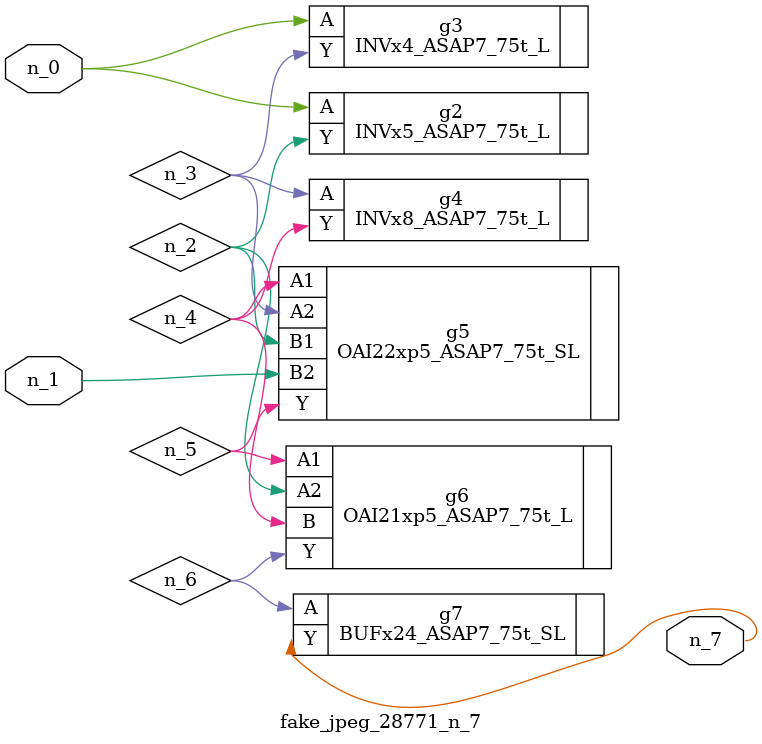
<source format=v>
module fake_jpeg_28771_n_7 (n_0, n_1, n_7);

input n_0;
input n_1;

output n_7;

wire n_2;
wire n_3;
wire n_4;
wire n_6;
wire n_5;

INVx5_ASAP7_75t_L g2 ( 
.A(n_0),
.Y(n_2)
);

INVx4_ASAP7_75t_L g3 ( 
.A(n_0),
.Y(n_3)
);

INVx8_ASAP7_75t_L g4 ( 
.A(n_3),
.Y(n_4)
);

OAI22xp5_ASAP7_75t_SL g5 ( 
.A1(n_4),
.A2(n_3),
.B1(n_2),
.B2(n_1),
.Y(n_5)
);

OAI21xp5_ASAP7_75t_L g6 ( 
.A1(n_5),
.A2(n_2),
.B(n_4),
.Y(n_6)
);

BUFx24_ASAP7_75t_SL g7 ( 
.A(n_6),
.Y(n_7)
);


endmodule
</source>
